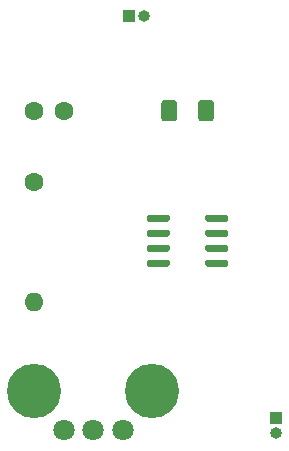
<source format=gbr>
%TF.GenerationSoftware,KiCad,Pcbnew,(5.1.9)-1*%
%TF.CreationDate,2021-08-16T16:35:21-04:00*%
%TF.ProjectId,555-Timer-Soldering-Demo,3535352d-5469-46d6-9572-2d536f6c6465,rev?*%
%TF.SameCoordinates,Original*%
%TF.FileFunction,Soldermask,Top*%
%TF.FilePolarity,Negative*%
%FSLAX46Y46*%
G04 Gerber Fmt 4.6, Leading zero omitted, Abs format (unit mm)*
G04 Created by KiCad (PCBNEW (5.1.9)-1) date 2021-08-16 16:35:21*
%MOMM*%
%LPD*%
G01*
G04 APERTURE LIST*
%ADD10O,1.000000X1.000000*%
%ADD11R,1.000000X1.000000*%
%ADD12O,1.600000X1.600000*%
%ADD13C,1.600000*%
%ADD14C,4.600000*%
%ADD15C,1.800000*%
G04 APERTURE END LIST*
%TO.C,C2*%
G36*
G01*
X117100000Y-63349999D02*
X117100000Y-64650001D01*
G75*
G02*
X116850001Y-64900000I-249999J0D01*
G01*
X116024999Y-64900000D01*
G75*
G02*
X115775000Y-64650001I0J249999D01*
G01*
X115775000Y-63349999D01*
G75*
G02*
X116024999Y-63100000I249999J0D01*
G01*
X116850001Y-63100000D01*
G75*
G02*
X117100000Y-63349999I0J-249999D01*
G01*
G37*
G36*
G01*
X120225000Y-63349999D02*
X120225000Y-64650001D01*
G75*
G02*
X119975001Y-64900000I-249999J0D01*
G01*
X119149999Y-64900000D01*
G75*
G02*
X118900000Y-64650001I0J249999D01*
G01*
X118900000Y-63349999D01*
G75*
G02*
X119149999Y-63100000I249999J0D01*
G01*
X119975001Y-63100000D01*
G75*
G02*
X120225000Y-63349999I0J-249999D01*
G01*
G37*
%TD*%
D10*
%TO.C,J1*%
X114270000Y-56000000D03*
D11*
X113000000Y-56000000D03*
%TD*%
D10*
%TO.C,J2*%
X125500000Y-91270000D03*
D11*
X125500000Y-90000000D03*
%TD*%
D12*
%TO.C,R1*%
X105000000Y-80160000D03*
D13*
X105000000Y-70000000D03*
%TD*%
D14*
%TO.C,RV1*%
X105000000Y-87700000D03*
X115000000Y-87700000D03*
D15*
X107500000Y-91000000D03*
X110000000Y-91000000D03*
X112500000Y-91000000D03*
%TD*%
D13*
%TO.C,C1*%
X105000000Y-64000000D03*
X107500000Y-64000000D03*
%TD*%
%TO.C,U1*%
G36*
G01*
X119500000Y-73245000D02*
X119500000Y-72945000D01*
G75*
G02*
X119650000Y-72795000I150000J0D01*
G01*
X121300000Y-72795000D01*
G75*
G02*
X121450000Y-72945000I0J-150000D01*
G01*
X121450000Y-73245000D01*
G75*
G02*
X121300000Y-73395000I-150000J0D01*
G01*
X119650000Y-73395000D01*
G75*
G02*
X119500000Y-73245000I0J150000D01*
G01*
G37*
G36*
G01*
X119500000Y-74515000D02*
X119500000Y-74215000D01*
G75*
G02*
X119650000Y-74065000I150000J0D01*
G01*
X121300000Y-74065000D01*
G75*
G02*
X121450000Y-74215000I0J-150000D01*
G01*
X121450000Y-74515000D01*
G75*
G02*
X121300000Y-74665000I-150000J0D01*
G01*
X119650000Y-74665000D01*
G75*
G02*
X119500000Y-74515000I0J150000D01*
G01*
G37*
G36*
G01*
X119500000Y-75785000D02*
X119500000Y-75485000D01*
G75*
G02*
X119650000Y-75335000I150000J0D01*
G01*
X121300000Y-75335000D01*
G75*
G02*
X121450000Y-75485000I0J-150000D01*
G01*
X121450000Y-75785000D01*
G75*
G02*
X121300000Y-75935000I-150000J0D01*
G01*
X119650000Y-75935000D01*
G75*
G02*
X119500000Y-75785000I0J150000D01*
G01*
G37*
G36*
G01*
X119500000Y-77055000D02*
X119500000Y-76755000D01*
G75*
G02*
X119650000Y-76605000I150000J0D01*
G01*
X121300000Y-76605000D01*
G75*
G02*
X121450000Y-76755000I0J-150000D01*
G01*
X121450000Y-77055000D01*
G75*
G02*
X121300000Y-77205000I-150000J0D01*
G01*
X119650000Y-77205000D01*
G75*
G02*
X119500000Y-77055000I0J150000D01*
G01*
G37*
G36*
G01*
X114550000Y-77055000D02*
X114550000Y-76755000D01*
G75*
G02*
X114700000Y-76605000I150000J0D01*
G01*
X116350000Y-76605000D01*
G75*
G02*
X116500000Y-76755000I0J-150000D01*
G01*
X116500000Y-77055000D01*
G75*
G02*
X116350000Y-77205000I-150000J0D01*
G01*
X114700000Y-77205000D01*
G75*
G02*
X114550000Y-77055000I0J150000D01*
G01*
G37*
G36*
G01*
X114550000Y-75785000D02*
X114550000Y-75485000D01*
G75*
G02*
X114700000Y-75335000I150000J0D01*
G01*
X116350000Y-75335000D01*
G75*
G02*
X116500000Y-75485000I0J-150000D01*
G01*
X116500000Y-75785000D01*
G75*
G02*
X116350000Y-75935000I-150000J0D01*
G01*
X114700000Y-75935000D01*
G75*
G02*
X114550000Y-75785000I0J150000D01*
G01*
G37*
G36*
G01*
X114550000Y-74515000D02*
X114550000Y-74215000D01*
G75*
G02*
X114700000Y-74065000I150000J0D01*
G01*
X116350000Y-74065000D01*
G75*
G02*
X116500000Y-74215000I0J-150000D01*
G01*
X116500000Y-74515000D01*
G75*
G02*
X116350000Y-74665000I-150000J0D01*
G01*
X114700000Y-74665000D01*
G75*
G02*
X114550000Y-74515000I0J150000D01*
G01*
G37*
G36*
G01*
X114550000Y-73245000D02*
X114550000Y-72945000D01*
G75*
G02*
X114700000Y-72795000I150000J0D01*
G01*
X116350000Y-72795000D01*
G75*
G02*
X116500000Y-72945000I0J-150000D01*
G01*
X116500000Y-73245000D01*
G75*
G02*
X116350000Y-73395000I-150000J0D01*
G01*
X114700000Y-73395000D01*
G75*
G02*
X114550000Y-73245000I0J150000D01*
G01*
G37*
%TD*%
M02*

</source>
